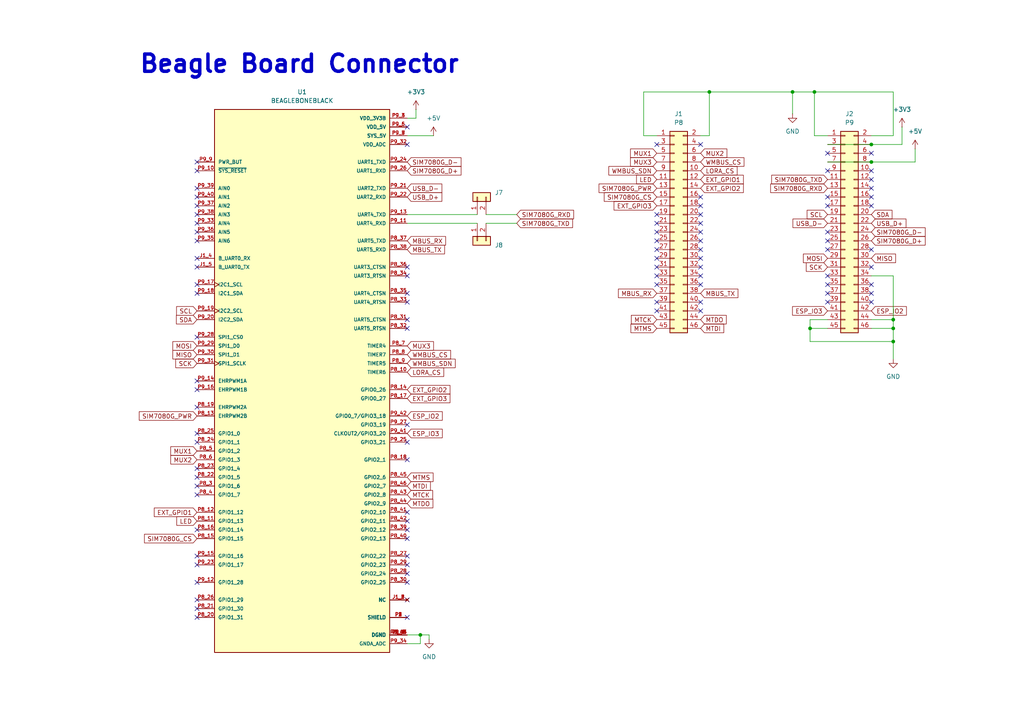
<source format=kicad_sch>
(kicad_sch (version 20231120) (generator "eeschema") (generator_version "8.0")
  (paper "A4")
  (title_block (title "IoT Gateway") (date "2024-10-15") (rev "v0.1.0") (company "Abstract Machines") (comment 1 "Designed By: Rodney Osodo") (comment 2 "Approved By: Jones Kisaka"))
  (lib_symbols
    (symbol "BEAGLEBONEBLACK:BEAGLEBONEBLACK" (pin_names (offset 1.016))
      (property "Reference" "U" (at -25.4 79.375 0))
      (property "Value" "BEAGLEBONEBLACK" (at -25.4 -81.28 0))
      (symbol "BEAGLEBONEBLACK_0_0"
        (rectangle (start -25.4 -78.74) (end 25.4 78.74) (stroke (width 0.254)) (fill (type background)))
        (pin power_in line (at 30.48 -73.66 180) (length 5.08) (name "DGND") (number "J1_1"))
        (pin no_connect line (at 30.48 -63.5 180) (length 5.08) (name "NC") (number "J1_2"))
        (pin no_connect line (at 30.48 -63.5 180) (length 5.08) (name "NC") (number "J1_3"))
        (pin bidirectional line (at -30.48 35.56 0) (length 5.08) (name "B_UART0_RX") (number "J1_4"))
        (pin bidirectional line (at -30.48 33.02 0) (length 5.08) (name "B_UART0_TX") (number "J1_5"))
        (pin no_connect line (at 30.48 -63.5 180) (length 5.08) (name "NC") (number "J1_6"))
        (pin passive line (at 30.48 -68.58 180) (length 5.08) (name "SHIELD") (number "P1"))
        (pin passive line (at 30.48 -68.58 180) (length 5.08) (name "SHIELD") (number "P2"))
        (pin passive line (at 30.48 -68.58 180) (length 5.08) (name "SHIELD") (number "P3"))
        (pin passive line (at 30.48 -68.58 180) (length 5.08) (name "SHIELD") (number "P4"))
        (pin power_in line (at 30.48 -73.66 180) (length 5.08) (name "DGND") (number "P8_1"))
        (pin bidirectional line (at 30.48 2.54 180) (length 5.08) (name "TIMER6") (number "P8_10"))
        (pin bidirectional line (at -30.48 -40.64 0) (length 5.08) (name "GPIO1_13") (number "P8_11"))
        (pin bidirectional line (at -30.48 -38.1 0) (length 5.08) (name "GPIO1_12") (number "P8_12"))
        (pin bidirectional line (at -30.48 -10.16 0) (length 5.08) (name "EHRPWM2B") (number "P8_13"))
        (pin bidirectional line (at 30.48 -2.54 180) (length 5.08) (name "GPIO0_26") (number "P8_14"))
        (pin bidirectional line (at -30.48 -45.72 0) (length 5.08) (name "GPIO1_15") (number "P8_15"))
        (pin bidirectional line (at -30.48 -43.18 0) (length 5.08) (name "GPIO1_14") (number "P8_16"))
        (pin bidirectional line (at 30.48 -5.08 180) (length 5.08) (name "GPIO0_27") (number "P8_17"))
        (pin bidirectional line (at 30.48 -22.86 180) (length 5.08) (name "GPIO2_1") (number "P8_18"))
        (pin bidirectional line (at -30.48 -7.62 0) (length 5.08) (name "EHRPWM2A") (number "P8_19"))
        (pin power_in line (at 30.48 -73.66 180) (length 5.08) (name "DGND") (number "P8_2"))
        (pin bidirectional line (at -30.48 -68.58 0) (length 5.08) (name "GPIO1_31") (number "P8_20"))
        (pin bidirectional line (at -30.48 -66.04 0) (length 5.08) (name "GPIO1_30") (number "P8_21"))
        (pin bidirectional line (at -30.48 -27.94 0) (length 5.08) (name "GPIO1_5") (number "P8_22"))
        (pin bidirectional line (at -30.48 -25.4 0) (length 5.08) (name "GPIO1_4") (number "P8_23"))
        (pin bidirectional line (at -30.48 -17.78 0) (length 5.08) (name "GPIO1_1") (number "P8_24"))
        (pin bidirectional line (at -30.48 -15.24 0) (length 5.08) (name "GPIO1_0") (number "P8_25"))
        (pin bidirectional line (at -30.48 -63.5 0) (length 5.08) (name "GPIO1_29") (number "P8_26"))
        (pin bidirectional line (at 30.48 -50.8 180) (length 5.08) (name "GPIO2_22") (number "P8_27"))
        (pin bidirectional line (at 30.48 -55.88 180) (length 5.08) (name "GPIO2_24") (number "P8_28"))
        (pin bidirectional line (at 30.48 -53.34 180) (length 5.08) (name "GPIO2_23") (number "P8_29"))
        (pin bidirectional line (at -30.48 -30.48 0) (length 5.08) (name "GPIO1_6") (number "P8_3"))
        (pin bidirectional line (at 30.48 -58.42 180) (length 5.08) (name "GPIO2_25") (number "P8_30"))
        (pin bidirectional line (at 30.48 17.78 180) (length 5.08) (name "UART5_CTSN") (number "P8_31"))
        (pin bidirectional line (at 30.48 15.24 180) (length 5.08) (name "UART5_RTSN") (number "P8_32"))
        (pin bidirectional line (at 30.48 22.86 180) (length 5.08) (name "UART4_RTSN") (number "P8_33"))
        (pin bidirectional line (at 30.48 30.48 180) (length 5.08) (name "UART3_RTSN") (number "P8_34"))
        (pin bidirectional line (at 30.48 25.4 180) (length 5.08) (name "UART4_CTSN") (number "P8_35"))
        (pin bidirectional line (at 30.48 33.02 180) (length 5.08) (name "UART3_CTSN") (number "P8_36"))
        (pin bidirectional line (at 30.48 40.64 180) (length 5.08) (name "UART5_TXD") (number "P8_37"))
        (pin bidirectional line (at 30.48 38.1 180) (length 5.08) (name "UART5_RXD") (number "P8_38"))
        (pin bidirectional line (at 30.48 -43.18 180) (length 5.08) (name "GPIO2_12") (number "P8_39"))
        (pin bidirectional line (at -30.48 -33.02 0) (length 5.08) (name "GPIO1_7") (number "P8_4"))
        (pin bidirectional line (at 30.48 -45.72 180) (length 5.08) (name "GPIO2_13") (number "P8_40"))
        (pin bidirectional line (at 30.48 -38.1 180) (length 5.08) (name "GPIO2_10") (number "P8_41"))
        (pin bidirectional line (at 30.48 -40.64 180) (length 5.08) (name "GPIO2_11") (number "P8_42"))
        (pin bidirectional line (at 30.48 -33.02 180) (length 5.08) (name "GPIO2_8") (number "P8_43"))
        (pin bidirectional line (at 30.48 -35.56 180) (length 5.08) (name "GPIO2_9") (number "P8_44"))
        (pin bidirectional line (at 30.48 -27.94 180) (length 5.08) (name "GPIO2_6") (number "P8_45"))
        (pin bidirectional line (at 30.48 -30.48 180) (length 5.08) (name "GPIO2_7") (number "P8_46"))
        (pin bidirectional line (at -30.48 -20.32 0) (length 5.08) (name "GPIO1_2") (number "P8_5"))
        (pin bidirectional line (at -30.48 -22.86 0) (length 5.08) (name "GPIO1_3") (number "P8_6"))
        (pin bidirectional line (at 30.48 10.16 180) (length 5.08) (name "TIMER4") (number "P8_7"))
        (pin bidirectional line (at 30.48 7.62 180) (length 5.08) (name "TIMER7") (number "P8_8"))
        (pin bidirectional line (at 30.48 5.08 180) (length 5.08) (name "TIMER5") (number "P8_9"))
        (pin power_in line (at 30.48 -73.66 180) (length 5.08) (name "DGND") (number "P9_1"))
        (pin input line (at -30.48 60.96 0) (length 5.08) (name "~{SYS_RESET}") (number "P9_10"))
        (pin bidirectional line (at 30.48 45.72 180) (length 5.08) (name "UART4_RXD") (number "P9_11"))
        (pin bidirectional line (at -30.48 -58.42 0) (length 5.08) (name "GPIO1_28") (number "P9_12"))
        (pin bidirectional line (at 30.48 48.26 180) (length 5.08) (name "UART4_TXD") (number "P9_13"))
        (pin bidirectional line (at -30.48 0 0) (length 5.08) (name "EHRPWM1A") (number "P9_14"))
        (pin bidirectional line (at -30.48 -50.8 0) (length 5.08) (name "GPIO1_16") (number "P9_15"))
        (pin bidirectional line (at -30.48 -2.54 0) (length 5.08) (name "EHRPWM1B") (number "P9_16"))
        (pin bidirectional clock (at -30.48 27.94 0) (length 5.08) (name "I2C1_SCL") (number "P9_17"))
        (pin bidirectional line (at -30.48 25.4 0) (length 5.08) (name "I2C1_SDA") (number "P9_18"))
        (pin bidirectional clock (at -30.48 20.32 0) (length 5.08) (name "I2C2_SCL") (number "P9_19"))
        (pin power_in line (at 30.48 -73.66 180) (length 5.08) (name "DGND") (number "P9_2"))
        (pin bidirectional line (at -30.48 17.78 0) (length 5.08) (name "I2C2_SDA") (number "P9_20"))
        (pin bidirectional line (at 30.48 55.88 180) (length 5.08) (name "UART2_TXD") (number "P9_21"))
        (pin bidirectional line (at 30.48 53.34 180) (length 5.08) (name "UART2_RXD") (number "P9_22"))
        (pin bidirectional line (at -30.48 -53.34 0) (length 5.08) (name "GPIO1_17") (number "P9_23"))
        (pin bidirectional line (at 30.48 63.5 180) (length 5.08) (name "UART1_TXD") (number "P9_24"))
        (pin bidirectional line (at 30.48 -17.78 180) (length 5.08) (name "GPIO3_21") (number "P9_25"))
        (pin bidirectional line (at 30.48 60.96 180) (length 5.08) (name "UART1_RXD") (number "P9_26"))
        (pin bidirectional line (at 30.48 -12.7 180) (length 5.08) (name "GPIO3_19") (number "P9_27"))
        (pin bidirectional line (at -30.48 12.7 0) (length 5.08) (name "SPI1_CS0") (number "P9_28"))
        (pin bidirectional line (at -30.48 10.16 0) (length 5.08) (name "SPI1_D0") (number "P9_29"))
        (pin power_in line (at 30.48 76.2 180) (length 5.08) (name "VDD_3V3B") (number "P9_3"))
        (pin bidirectional line (at -30.48 7.62 0) (length 5.08) (name "SPI1_D1") (number "P9_30"))
        (pin bidirectional clock (at -30.48 5.08 0) (length 5.08) (name "SPI1_SCLK") (number "P9_31"))
        (pin power_in line (at 30.48 68.58 180) (length 5.08) (name "VDD_ADC") (number "P9_32"))
        (pin input line (at -30.48 45.72 0) (length 5.08) (name "AIN4") (number "P9_33"))
        (pin power_in line (at 30.48 -76.2 180) (length 5.08) (name "GNDA_ADC") (number "P9_34"))
        (pin input line (at -30.48 40.64 0) (length 5.08) (name "AIN6") (number "P9_35"))
        (pin input line (at -30.48 43.18 0) (length 5.08) (name "AIN5") (number "P9_36"))
        (pin input line (at -30.48 50.8 0) (length 5.08) (name "AIN2") (number "P9_37"))
        (pin input line (at -30.48 48.26 0) (length 5.08) (name "AIN3") (number "P9_38"))
        (pin input line (at -30.48 55.88 0) (length 5.08) (name "AIN0") (number "P9_39"))
        (pin power_in line (at 30.48 76.2 180) (length 5.08) (name "VDD_3V3B") (number "P9_4"))
        (pin input line (at -30.48 53.34 0) (length 5.08) (name "AIN1") (number "P9_40"))
        (pin bidirectional line (at 30.48 -15.24 180) (length 5.08) (name "CLKOUT2/GPIO3_20") (number "P9_41"))
        (pin bidirectional line (at 30.48 -10.16 180) (length 5.08) (name "GPIO0_7/GPIO3_18") (number "P9_42"))
        (pin power_in line (at 30.48 -73.66 180) (length 5.08) (name "DGND") (number "P9_43"))
        (pin power_in line (at 30.48 -73.66 180) (length 5.08) (name "DGND") (number "P9_44"))
        (pin power_in line (at 30.48 -73.66 180) (length 5.08) (name "DGND") (number "P9_45"))
        (pin power_in line (at 30.48 -73.66 180) (length 5.08) (name "DGND") (number "P9_46"))
        (pin power_in line (at 30.48 73.66 180) (length 5.08) (name "VDD_5V") (number "P9_5"))
        (pin power_in line (at 30.48 73.66 180) (length 5.08) (name "VDD_5V") (number "P9_6"))
        (pin power_in line (at 30.48 71.12 180) (length 5.08) (name "SYS_5V") (number "P9_7"))
        (pin power_in line (at 30.48 71.12 180) (length 5.08) (name "SYS_5V") (number "P9_8"))
        (pin input line (at -30.48 63.5 0) (length 5.08) (name "PWR_BUT") (number "P9_9"))
      )
    )
    (symbol "Connector_Generic:Conn_01x02" (pin_names (offset 1.016) hide)
      (property "Reference" "J" (at 0 2.54 0))
      (property "Value" "Conn_01x02" (at 0 -5.08 0))
      (symbol "Conn_01x02_1_1"
        (rectangle (start -1.27 -2.413) (end 0 -2.667) (stroke (width 0.1524)))
        (rectangle (start -1.27 0.127) (end 0 -0.127) (stroke (width 0.1524)))
        (rectangle (start -1.27 1.27) (end 1.27 -3.81) (stroke (width 0.254)) (fill (type background)))
        (pin passive line (at -5.08 0 0) (length 3.81) (name "Pin_1") (number "1"))
        (pin passive line (at -5.08 -2.54 0) (length 3.81) (name "Pin_2") (number "2"))
      )
    )
    (symbol "Connector_Generic:Conn_02x23_Odd_Even" (pin_names (offset 1.016) hide)
      (property "Reference" "J" (at 1.27 30.48 0))
      (property "Value" "Conn_02x23_Odd_Even" (at 1.27 -30.48 0))
      (symbol "Conn_02x23_Odd_Even_1_1"
        (rectangle (start -1.27 -27.813) (end 0 -28.067) (stroke (width 0.1524)))
        (rectangle (start -1.27 -25.273) (end 0 -25.527) (stroke (width 0.1524)))
        (rectangle (start -1.27 -22.733) (end 0 -22.987) (stroke (width 0.1524)))
        (rectangle (start -1.27 -20.193) (end 0 -20.447) (stroke (width 0.1524)))
        (rectangle (start -1.27 -17.653) (end 0 -17.907) (stroke (width 0.1524)))
        (rectangle (start -1.27 -15.113) (end 0 -15.367) (stroke (width 0.1524)))
        (rectangle (start -1.27 -12.573) (end 0 -12.827) (stroke (width 0.1524)))
        (rectangle (start -1.27 -10.033) (end 0 -10.287) (stroke (width 0.1524)))
        (rectangle (start -1.27 -7.493) (end 0 -7.747) (stroke (width 0.1524)))
        (rectangle (start -1.27 -4.953) (end 0 -5.207) (stroke (width 0.1524)))
        (rectangle (start -1.27 -2.413) (end 0 -2.667) (stroke (width 0.1524)))
        (rectangle (start -1.27 0.127) (end 0 -0.127) (stroke (width 0.1524)))
        (rectangle (start -1.27 2.667) (end 0 2.413) (stroke (width 0.1524)))
        (rectangle (start -1.27 5.207) (end 0 4.953) (stroke (width 0.1524)))
        (rectangle (start -1.27 7.747) (end 0 7.493) (stroke (width 0.1524)))
        (rectangle (start -1.27 10.287) (end 0 10.033) (stroke (width 0.1524)))
        (rectangle (start -1.27 12.827) (end 0 12.573) (stroke (width 0.1524)))
        (rectangle (start -1.27 15.367) (end 0 15.113) (stroke (width 0.1524)))
        (rectangle (start -1.27 17.907) (end 0 17.653) (stroke (width 0.1524)))
        (rectangle (start -1.27 20.447) (end 0 20.193) (stroke (width 0.1524)))
        (rectangle (start -1.27 22.987) (end 0 22.733) (stroke (width 0.1524)))
        (rectangle (start -1.27 25.527) (end 0 25.273) (stroke (width 0.1524)))
        (rectangle (start -1.27 28.067) (end 0 27.813) (stroke (width 0.1524)))
        (rectangle (start -1.27 29.21) (end 3.81 -29.21) (stroke (width 0.254)) (fill (type background)))
        (rectangle (start 3.81 -27.813) (end 2.54 -28.067) (stroke (width 0.1524)))
        (rectangle (start 3.81 -25.273) (end 2.54 -25.527) (stroke (width 0.1524)))
        (rectangle (start 3.81 -22.733) (end 2.54 -22.987) (stroke (width 0.1524)))
        (rectangle (start 3.81 -20.193) (end 2.54 -20.447) (stroke (width 0.1524)))
        (rectangle (start 3.81 -17.653) (end 2.54 -17.907) (stroke (width 0.1524)))
        (rectangle (start 3.81 -15.113) (end 2.54 -15.367) (stroke (width 0.1524)))
        (rectangle (start 3.81 -12.573) (end 2.54 -12.827) (stroke (width 0.1524)))
        (rectangle (start 3.81 -10.033) (end 2.54 -10.287) (stroke (width 0.1524)))
        (rectangle (start 3.81 -7.493) (end 2.54 -7.747) (stroke (width 0.1524)))
        (rectangle (start 3.81 -4.953) (end 2.54 -5.207) (stroke (width 0.1524)))
        (rectangle (start 3.81 -2.413) (end 2.54 -2.667) (stroke (width 0.1524)))
        (rectangle (start 3.81 0.127) (end 2.54 -0.127) (stroke (width 0.1524)))
        (rectangle (start 3.81 2.667) (end 2.54 2.413) (stroke (width 0.1524)))
        (rectangle (start 3.81 5.207) (end 2.54 4.953) (stroke (width 0.1524)))
        (rectangle (start 3.81 7.747) (end 2.54 7.493) (stroke (width 0.1524)))
        (rectangle (start 3.81 10.287) (end 2.54 10.033) (stroke (width 0.1524)))
        (rectangle (start 3.81 12.827) (end 2.54 12.573) (stroke (width 0.1524)))
        (rectangle (start 3.81 15.367) (end 2.54 15.113) (stroke (width 0.1524)))
        (rectangle (start 3.81 17.907) (end 2.54 17.653) (stroke (width 0.1524)))
        (rectangle (start 3.81 20.447) (end 2.54 20.193) (stroke (width 0.1524)))
        (rectangle (start 3.81 22.987) (end 2.54 22.733) (stroke (width 0.1524)))
        (rectangle (start 3.81 25.527) (end 2.54 25.273) (stroke (width 0.1524)))
        (rectangle (start 3.81 28.067) (end 2.54 27.813) (stroke (width 0.1524)))
        (pin passive line (at -5.08 27.94 0) (length 3.81) (name "Pin_1") (number "1"))
        (pin passive line (at 7.62 17.78 180) (length 3.81) (name "Pin_10") (number "10"))
        (pin passive line (at -5.08 15.24 0) (length 3.81) (name "Pin_11") (number "11"))
        (pin passive line (at 7.62 15.24 180) (length 3.81) (name "Pin_12") (number "12"))
        (pin passive line (at -5.08 12.7 0) (length 3.81) (name "Pin_13") (number "13"))
        (pin passive line (at 7.62 12.7 180) (length 3.81) (name "Pin_14") (number "14"))
        (pin passive line (at -5.08 10.16 0) (length 3.81) (name "Pin_15") (number "15"))
        (pin passive line (at 7.62 10.16 180) (length 3.81) (name "Pin_16") (number "16"))
        (pin passive line (at -5.08 7.62 0) (length 3.81) (name "Pin_17") (number "17"))
        (pin passive line (at 7.62 7.62 180) (length 3.81) (name "Pin_18") (number "18"))
        (pin passive line (at -5.08 5.08 0) (length 3.81) (name "Pin_19") (number "19"))
        (pin passive line (at 7.62 27.94 180) (length 3.81) (name "Pin_2") (number "2"))
        (pin passive line (at 7.62 5.08 180) (length 3.81) (name "Pin_20") (number "20"))
        (pin passive line (at -5.08 2.54 0) (length 3.81) (name "Pin_21") (number "21"))
        (pin passive line (at 7.62 2.54 180) (length 3.81) (name "Pin_22") (number "22"))
        (pin passive line (at -5.08 0 0) (length 3.81) (name "Pin_23") (number "23"))
        (pin passive line (at 7.62 0 180) (length 3.81) (name "Pin_24") (number "24"))
        (pin passive line (at -5.08 -2.54 0) (length 3.81) (name "Pin_25") (number "25"))
        (pin passive line (at 7.62 -2.54 180) (length 3.81) (name "Pin_26") (number "26"))
        (pin passive line (at -5.08 -5.08 0) (length 3.81) (name "Pin_27") (number "27"))
        (pin passive line (at 7.62 -5.08 180) (length 3.81) (name "Pin_28") (number "28"))
        (pin passive line (at -5.08 -7.62 0) (length 3.81) (name "Pin_29") (number "29"))
        (pin passive line (at -5.08 25.4 0) (length 3.81) (name "Pin_3") (number "3"))
        (pin passive line (at 7.62 -7.62 180) (length 3.81) (name "Pin_30") (number "30"))
        (pin passive line (at -5.08 -10.16 0) (length 3.81) (name "Pin_31") (number "31"))
        (pin passive line (at 7.62 -10.16 180) (length 3.81) (name "Pin_32") (number "32"))
        (pin passive line (at -5.08 -12.7 0) (length 3.81) (name "Pin_33") (number "33"))
        (pin passive line (at 7.62 -12.7 180) (length 3.81) (name "Pin_34") (number "34"))
        (pin passive line (at -5.08 -15.24 0) (length 3.81) (name "Pin_35") (number "35"))
        (pin passive line (at 7.62 -15.24 180) (length 3.81) (name "Pin_36") (number "36"))
        (pin passive line (at -5.08 -17.78 0) (length 3.81) (name "Pin_37") (number "37"))
        (pin passive line (at 7.62 -17.78 180) (length 3.81) (name "Pin_38") (number "38"))
        (pin passive line (at -5.08 -20.32 0) (length 3.81) (name "Pin_39") (number "39"))
        (pin passive line (at 7.62 25.4 180) (length 3.81) (name "Pin_4") (number "4"))
        (pin passive line (at 7.62 -20.32 180) (length 3.81) (name "Pin_40") (number "40"))
        (pin passive line (at -5.08 -22.86 0) (length 3.81) (name "Pin_41") (number "41"))
        (pin passive line (at 7.62 -22.86 180) (length 3.81) (name "Pin_42") (number "42"))
        (pin passive line (at -5.08 -25.4 0) (length 3.81) (name "Pin_43") (number "43"))
        (pin passive line (at 7.62 -25.4 180) (length 3.81) (name "Pin_44") (number "44"))
        (pin passive line (at -5.08 -27.94 0) (length 3.81) (name "Pin_45") (number "45"))
        (pin passive line (at 7.62 -27.94 180) (length 3.81) (name "Pin_46") (number "46"))
        (pin passive line (at -5.08 22.86 0) (length 3.81) (name "Pin_5") (number "5"))
        (pin passive line (at 7.62 22.86 180) (length 3.81) (name "Pin_6") (number "6"))
        (pin passive line (at -5.08 20.32 0) (length 3.81) (name "Pin_7") (number "7"))
        (pin passive line (at 7.62 20.32 180) (length 3.81) (name "Pin_8") (number "8"))
        (pin passive line (at -5.08 17.78 0) (length 3.81) (name "Pin_9") (number "9"))
      )
    )
    (symbol "power:+3V3" (power) (pin_numbers hide) (pin_names (offset 0) hide)
      (property "Value" "+3V3" (at 0 3.556 0))
      (symbol "+3V3_0_1"
        (polyline (pts (xy -0.762 1.27) (xy 0 2.54)))
        (polyline (pts (xy 0 0) (xy 0 2.54)))
        (polyline (pts (xy 0 2.54) (xy 0.762 1.27)))
      )
      (symbol "+3V3_1_1"
        (pin power_in line (at 0 0 90) (length 0) (name "~") (number "1"))
      )
    )
    (symbol "power:+5V" (power) (pin_numbers hide) (pin_names (offset 0) hide)
      (property "Value" "+5V" (at 0 3.556 0))
      (symbol "+5V_0_1"
        (polyline (pts (xy -0.762 1.27) (xy 0 2.54)))
        (polyline (pts (xy 0 0) (xy 0 2.54)))
        (polyline (pts (xy 0 2.54) (xy 0.762 1.27)))
      )
      (symbol "+5V_1_1"
        (pin power_in line (at 0 0 90) (length 0) (name "~") (number "1"))
      )
    )
    (symbol "power:GND" (power) (pin_numbers hide) (pin_names (offset 0) hide)
      (property "Value" "GND" (at 0 -3.81 0))
      (symbol "GND_0_1"
        (polyline (pts (xy 0 0) (xy 0 -1.27) (xy 1.27 -1.27) (xy 0 -2.54) (xy -1.27 -1.27) (xy 0 -1.27)))
      )
      (symbol "GND_1_1"
        (pin power_in line (at 0 0 270) (length 0) (name "~") (number "1"))
      )
    )
  )
  (junction (at 252.73 41.91))
  (junction (at 259.08 95.25))
  (junction (at 205.74 26.67))
  (junction (at 236.22 26.67))
  (junction (at 259.08 92.71))
  (junction (at 259.08 99.06))
  (junction (at 234.95 95.25))
  (junction (at 252.73 46.99))
  (junction (at 229.87 26.67))
  (junction (at 121.92 184.15))
  (no_connect (at 118.11 77.47))
  (no_connect (at 252.73 44.45))
  (no_connect (at 203.2 77.47))
  (no_connect (at 57.15 125.73))
  (no_connect (at 252.73 59.69))
  (no_connect (at 57.15 143.51))
  (no_connect (at 203.2 62.23))
  (no_connect (at 57.15 54.61))
  (no_connect (at 190.5 77.47))
  (no_connect (at 118.11 36.83))
  (no_connect (at 118.11 41.91))
  (no_connect (at 57.15 74.93))
  (no_connect (at 203.2 82.55))
  (no_connect (at 57.15 49.53))
  (no_connect (at 118.11 156.21))
  (no_connect (at 118.11 148.59))
  (no_connect (at 190.5 64.77))
  (no_connect (at 252.73 52.07))
  (no_connect (at 57.15 110.49))
  (no_connect (at 57.15 59.69))
  (no_connect (at 118.11 153.67))
  (no_connect (at 203.2 87.63))
  (no_connect (at 190.5 90.17))
  (no_connect (at 240.03 85.09))
  (no_connect (at 203.2 74.93))
  (no_connect (at 252.73 57.15))
  (no_connect (at 57.15 57.15))
  (no_connect (at 57.15 153.67))
  (no_connect (at 190.5 62.23))
  (no_connect (at 203.2 80.01))
  (no_connect (at 57.15 64.77))
  (no_connect (at 190.5 72.39))
  (no_connect (at 240.03 49.53))
  (no_connect (at 118.11 80.01))
  (no_connect (at 118.11 87.63))
  (no_connect (at 252.73 77.47))
  (no_connect (at 240.03 69.85))
  (no_connect (at 240.03 72.39))
  (no_connect (at 203.2 59.69))
  (no_connect (at 203.2 90.17))
  (no_connect (at 252.73 72.39))
  (no_connect (at 57.15 179.07))
  (no_connect (at 118.11 163.83))
  (no_connect (at 118.11 161.29))
  (no_connect (at 57.15 82.55))
  (no_connect (at 118.11 92.71))
  (no_connect (at 190.5 80.01))
  (no_connect (at 118.11 168.91))
  (no_connect (at 252.73 54.61))
  (no_connect (at 57.15 113.03))
  (no_connect (at 190.5 87.63))
  (no_connect (at 118.11 128.27))
  (no_connect (at 240.03 44.45))
  (no_connect (at 252.73 82.55))
  (no_connect (at 190.5 41.91))
  (no_connect (at 57.15 138.43))
  (no_connect (at 252.73 49.53))
  (no_connect (at 190.5 67.31))
  (no_connect (at 203.2 69.85))
  (no_connect (at 252.73 85.09))
  (no_connect (at 203.2 67.31))
  (no_connect (at 57.15 176.53))
  (no_connect (at 118.11 173.99))
  (no_connect (at 118.11 166.37))
  (no_connect (at 118.11 179.07))
  (no_connect (at 252.73 87.63))
  (no_connect (at 57.15 62.23))
  (no_connect (at 118.11 123.19))
  (no_connect (at 57.15 67.31))
  (no_connect (at 57.15 46.99))
  (no_connect (at 57.15 69.85))
  (no_connect (at 203.2 72.39))
  (no_connect (at 118.11 85.09))
  (no_connect (at 57.15 161.29))
  (no_connect (at 57.15 118.11))
  (no_connect (at 118.11 151.13))
  (no_connect (at 57.15 97.79))
  (no_connect (at 203.2 41.91))
  (no_connect (at 118.11 133.35))
  (no_connect (at 57.15 77.47))
  (no_connect (at 57.15 140.97))
  (no_connect (at 240.03 67.31))
  (no_connect (at 240.03 59.69))
  (no_connect (at 57.15 163.83))
  (no_connect (at 190.5 74.93))
  (no_connect (at 190.5 69.85))
  (no_connect (at 57.15 173.99))
  (no_connect (at 203.2 57.15))
  (no_connect (at 57.15 168.91))
  (no_connect (at 190.5 82.55))
  (no_connect (at 57.15 85.09))
  (no_connect (at 240.03 80.01))
  (no_connect (at 57.15 128.27))
  (no_connect (at 57.15 135.89))
  (no_connect (at 240.03 87.63))
  (no_connect (at 203.2 64.77))
  (no_connect (at 240.03 57.15))
  (no_connect (at 118.11 95.25))
  (no_connect (at 240.03 82.55))
  (wire (pts (xy 121.92 186.69) (xy 121.92 184.15)))
  (wire (pts (xy 234.95 95.25) (xy 234.95 99.06)))
  (wire (pts (xy 234.95 92.71) (xy 234.95 95.25)))
  (wire (pts (xy 118.11 39.37) (xy 125.73 39.37)))
  (wire (pts (xy 138.43 64.77) (xy 118.11 64.77)))
  (wire (pts (xy 240.03 46.99) (xy 252.73 46.99)))
  (wire (pts (xy 240.03 41.91) (xy 252.73 41.91)))
  (wire (pts (xy 234.95 95.25) (xy 240.03 95.25)))
  (wire (pts (xy 252.73 80.01) (xy 259.08 80.01)))
  (wire (pts (xy 265.43 46.99) (xy 252.73 46.99)))
  (wire (pts (xy 259.08 39.37) (xy 259.08 26.67)))
  (wire (pts (xy 259.08 99.06) (xy 259.08 104.14)))
  (wire (pts (xy 252.73 92.71) (xy 259.08 92.71)))
  (wire (pts (xy 259.08 92.71) (xy 259.08 95.25)))
  (wire (pts (xy 205.74 26.67) (xy 205.74 39.37)))
  (wire (pts (xy 240.03 39.37) (xy 236.22 39.37)))
  (wire (pts (xy 118.11 186.69) (xy 121.92 186.69)))
  (wire (pts (xy 203.2 39.37) (xy 205.74 39.37)))
  (wire (pts (xy 138.43 62.23) (xy 118.11 62.23)))
  (wire (pts (xy 261.62 36.83) (xy 261.62 41.91)))
  (wire (pts (xy 261.62 41.91) (xy 252.73 41.91)))
  (wire (pts (xy 265.43 43.18) (xy 265.43 46.99)))
  (wire (pts (xy 124.46 184.15) (xy 124.46 185.42)))
  (wire (pts (xy 236.22 39.37) (xy 236.22 26.67)))
  (wire (pts (xy 118.11 184.15) (xy 121.92 184.15)))
  (wire (pts (xy 252.73 95.25) (xy 259.08 95.25)))
  (wire (pts (xy 240.03 92.71) (xy 234.95 92.71)))
  (wire (pts (xy 205.74 26.67) (xy 229.87 26.67)))
  (wire (pts (xy 236.22 26.67) (xy 229.87 26.67)))
  (wire (pts (xy 205.74 26.67) (xy 186.69 26.67)))
  (wire (pts (xy 186.69 26.67) (xy 186.69 39.37)))
  (wire (pts (xy 120.65 34.29) (xy 120.65 31.75)))
  (wire (pts (xy 259.08 95.25) (xy 259.08 99.06)))
  (wire (pts (xy 259.08 80.01) (xy 259.08 92.71)))
  (wire (pts (xy 229.87 26.67) (xy 229.87 33.02)))
  (wire (pts (xy 234.95 99.06) (xy 259.08 99.06)))
  (wire (pts (xy 118.11 34.29) (xy 120.65 34.29)))
  (wire (pts (xy 186.69 39.37) (xy 190.5 39.37)))
  (wire (pts (xy 149.86 64.77) (xy 140.97 64.77)))
  (wire (pts (xy 121.92 184.15) (xy 124.46 184.15)))
  (wire (pts (xy 252.73 39.37) (xy 259.08 39.37)))
  (wire (pts (xy 259.08 26.67) (xy 236.22 26.67)))
  (wire (pts (xy 149.86 62.23) (xy 140.97 62.23)))
  (text "Beagle Board Connector\n" (at 40.132 21.59 0) (effects (font (size 5 5) (thickness 1) (bold yes)) (justify left bottom)))
  (global_label "WMBUS_CS" (shape input) (at 118.11 102.87 0) (property "Intersheetrefs" "RC_CS" (effects (hide yes))))
  (global_label "MUX1" (shape input) (at 190.5 44.45 180) (property "Intersheetrefs" "${INTERSHEET_REFS}" (effects (hide yes))))
  (global_label "SDA" (shape input) (at 57.15 92.71 180) (property "Intersheetrefs" "${INTERSHEET_REFS}" (effects (hide yes))))
  (global_label "SCK" (shape input) (at 240.03 77.47 180) (property "Intersheetrefs" "${INTERSHEET_REFS}" (effects (hide yes))))
  (global_label "LED" (shape input) (at 190.5 52.07 180) (property "Intersheetrefs" "${INTERSHEET_REFS}" (effects (hide yes))))
  (global_label "SIM7080G_TXD" (shape input) (at 240.03 52.07 180) (property "Intersheetrefs" "${INTERSHEET_REFS}" (effects (hide yes))))
  (global_label "MUX3" (shape input) (at 118.11 100.33 0) (property "Intersheetrefs" "${INTERSHEET_REFS}" (effects (hide yes))))
  (global_label "MBUS_RX" (shape input) (at 190.5 85.09 180) (property "Intersheetrefs" "${INTERSHEET_REFS}" (effects (hide yes))))
  (global_label "SCL" (shape input) (at 57.15 90.17 180) (property "Intersheetrefs" "${INTERSHEET_REFS}" (effects (hide yes))))
  (global_label "SDA" (shape input) (at 252.73 62.23 0) (property "Intersheetrefs" "${INTERSHEET_REFS}" (effects (hide yes))))
  (global_label "MUX2" (shape input) (at 57.15 133.35 180) (property "Intersheetrefs" "${INTERSHEET_REFS}" (effects (hide yes))))
  (global_label "EXT_GPIO3" (shape input) (at 118.11 115.57 0) (property "Intersheetrefs" "${INTERSHEET_REFS}" (effects (hide yes))))
  (global_label "MTDO" (shape input) (at 203.2 92.71 0) (property "Intersheetrefs" "${INTERSHEET_REFS}" (effects (hide yes))))
  (global_label "ESP_IO3" (shape input) (at 118.11 125.73 0) (property "Intersheetrefs" "${INTERSHEET_REFS}" (effects (hide yes))))
  (global_label "MTCK" (shape input) (at 118.11 143.51 0) (property "Intersheetrefs" "${INTERSHEET_REFS}" (effects (hide yes))))
  (global_label "MTMS" (shape input) (at 190.5 95.25 180) (property "Intersheetrefs" "${INTERSHEET_REFS}" (effects (hide yes))))
  (global_label "MBUS_TX" (shape input) (at 203.2 85.09 0) (property "Intersheetrefs" "${INTERSHEET_REFS}" (effects (hide yes))))
  (global_label "MTDO" (shape input) (at 118.11 146.05 0) (property "Intersheetrefs" "${INTERSHEET_REFS}" (effects (hide yes))))
  (global_label "LORA_CS" (shape input) (at 203.2 49.53 0) (property "Intersheetrefs" "${INTERSHEET_REFS}" (effects (hide yes))))
  (global_label "MTCK" (shape input) (at 190.5 92.71 180) (property "Intersheetrefs" "${INTERSHEET_REFS}" (effects (hide yes))))
  (global_label "MBUS_TX" (shape input) (at 118.11 72.39 0) (property "Intersheetrefs" "${INTERSHEET_REFS}" (effects (hide yes))))
  (global_label "SIM7080G_PWR" (shape input) (at 57.15 120.65 180) (property "Intersheetrefs" "${INTERSHEET_REFS}" (effects (hide yes))))
  (global_label "EXT_GPIO1" (shape input) (at 203.2 52.07 0) (property "Intersheetrefs" "${INTERSHEET_REFS}" (effects (hide yes))))
  (global_label "SIM7080G_D-" (shape input) (at 118.11 46.99 0) (property "Intersheetrefs" "${INTERSHEET_REFS}" (effects (hide yes))))
  (global_label "WMBUS_CS" (shape input) (at 203.2 46.99 0) (property "Intersheetrefs" "RC_CS" (effects (hide yes))))
  (global_label "SIM7080G_CS" (shape input) (at 57.15 156.21 180) (property "Intersheetrefs" "${INTERSHEET_REFS}" (effects (hide yes))))
  (global_label "MISO" (shape input) (at 57.15 102.87 180) (property "Intersheetrefs" "${INTERSHEET_REFS}" (effects (hide yes))))
  (global_label "ESP_IO2" (shape input) (at 252.73 90.17 0) (property "Intersheetrefs" "${INTERSHEET_REFS}" (effects (hide yes))))
  (global_label "MOSI" (shape input) (at 57.15 100.33 180) (property "Intersheetrefs" "${INTERSHEET_REFS}" (effects (hide yes))))
  (global_label "SCK" (shape input) (at 57.15 105.41 180) (property "Intersheetrefs" "${INTERSHEET_REFS}" (effects (hide yes))))
  (global_label "SIM7080G_CS" (shape input) (at 190.5 57.15 180) (property "Intersheetrefs" "${INTERSHEET_REFS}" (effects (hide yes))))
  (global_label "SIM7080G_TXD" (shape input) (at 149.86 64.77 0) (property "Intersheetrefs" "${INTERSHEET_REFS}" (effects (hide yes))))
  (global_label "MISO" (shape input) (at 252.73 74.93 0) (property "Intersheetrefs" "${INTERSHEET_REFS}" (effects (hide yes))))
  (global_label "SCL" (shape input) (at 240.03 62.23 180) (property "Intersheetrefs" "${INTERSHEET_REFS}" (effects (hide yes))))
  (global_label "MBUS_RX" (shape input) (at 118.11 69.85 0) (property "Intersheetrefs" "${INTERSHEET_REFS}" (effects (hide yes))))
  (global_label "SIM7080G_D-" (shape input) (at 252.73 67.31 0) (property "Intersheetrefs" "${INTERSHEET_REFS}" (effects (hide yes))))
  (global_label "USB_D-" (shape input) (at 118.11 54.61 0) (property "Intersheetrefs" "${INTERSHEET_REFS}" (effects (hide yes))))
  (global_label "MUX2" (shape input) (at 203.2 44.45 0) (property "Intersheetrefs" "${INTERSHEET_REFS}" (effects (hide yes))))
  (global_label "EXT_GPIO2" (shape input) (at 203.2 54.61 0) (property "Intersheetrefs" "${INTERSHEET_REFS}" (effects (hide yes))))
  (global_label "MOSI" (shape input) (at 240.03 74.93 180) (property "Intersheetrefs" "${INTERSHEET_REFS}" (effects (hide yes))))
  (global_label "LORA_CS" (shape input) (at 118.11 107.95 0) (property "Intersheetrefs" "${INTERSHEET_REFS}" (effects (hide yes))))
  (global_label "EXT_GPIO2" (shape input) (at 118.11 113.03 0) (property "Intersheetrefs" "${INTERSHEET_REFS}" (effects (hide yes))))
  (global_label "MTDI" (shape input) (at 118.11 140.97 0) (property "Intersheetrefs" "${INTERSHEET_REFS}" (effects (hide yes))))
  (global_label "USB_D+" (shape input) (at 118.11 57.15 0) (property "Intersheetrefs" "${INTERSHEET_REFS}" (effects (hide yes))))
  (global_label "SIM7080G_D+" (shape input) (at 252.73 69.85 0) (property "Intersheetrefs" "${INTERSHEET_REFS}" (effects (hide yes))))
  (global_label "ESP_IO2" (shape input) (at 118.11 120.65 0) (property "Intersheetrefs" "${INTERSHEET_REFS}" (effects (hide yes))))
  (global_label "SIM7080G_RXD" (shape input) (at 240.03 54.61 180) (property "Intersheetrefs" "${INTERSHEET_REFS}" (effects (hide yes))))
  (global_label "MTDI" (shape input) (at 203.2 95.25 0) (property "Intersheetrefs" "${INTERSHEET_REFS}" (effects (hide yes))))
  (global_label "SIM7080G_PWR" (shape input) (at 190.5 54.61 180) (property "Intersheetrefs" "${INTERSHEET_REFS}" (effects (hide yes))))
  (global_label "SIM7080G_D+" (shape input) (at 118.11 49.53 0) (property "Intersheetrefs" "${INTERSHEET_REFS}" (effects (hide yes))))
  (global_label "WMBUS_SDN" (shape input) (at 118.11 105.41 0) (property "Intersheetrefs" "${INTERSHEET_REFS}" (effects (hide yes))))
  (global_label "WMBUS_SDN" (shape input) (at 190.5 49.53 180) (property "Intersheetrefs" "${INTERSHEET_REFS}" (effects (hide yes))))
  (global_label "EXT_GPIO1" (shape input) (at 57.15 148.59 180) (property "Intersheetrefs" "${INTERSHEET_REFS}" (effects (hide yes))))
  (global_label "MTMS" (shape input) (at 118.11 138.43 0) (property "Intersheetrefs" "${INTERSHEET_REFS}" (effects (hide yes))))
  (global_label "MUX1" (shape input) (at 57.15 130.81 180) (property "Intersheetrefs" "${INTERSHEET_REFS}" (effects (hide yes))))
  (global_label "ESP_IO3" (shape input) (at 240.03 90.17 180) (property "Intersheetrefs" "${INTERSHEET_REFS}" (effects (hide yes))))
  (global_label "USB_D-" (shape input) (at 240.03 64.77 180) (property "Intersheetrefs" "${INTERSHEET_REFS}" (effects (hide yes))))
  (global_label "USB_D+" (shape input) (at 252.73 64.77 0) (property "Intersheetrefs" "${INTERSHEET_REFS}" (effects (hide yes))))
  (global_label "SIM7080G_RXD" (shape input) (at 149.86 62.23 0) (property "Intersheetrefs" "${INTERSHEET_REFS}" (effects (hide yes))))
  (global_label "EXT_GPIO3" (shape input) (at 190.5 59.69 180) (property "Intersheetrefs" "${INTERSHEET_REFS}" (effects (hide yes))))
  (global_label "LED" (shape input) (at 57.15 151.13 180) (property "Intersheetrefs" "${INTERSHEET_REFS}" (effects (hide yes))))
  (global_label "MUX3" (shape input) (at 190.5 46.99 180) (property "Intersheetrefs" "${INTERSHEET_REFS}" (effects (hide yes))))
  (symbol (lib_id "BEAGLEBONEBLACK:BEAGLEBONEBLACK") (at 87.63 110.49 0) (unit 1) (in_bom no)
    (property "Reference" "U1" (at 87.63 26.67 0))
    (property "Value" "BEAGLEBONEBLACK" (at 87.63 29.21 0))
    (property "Footprint" "modules:BB_Cape" (effects (hide yes)))
    (property "MF" "Seeed Development Limited" (effects (hide yes)))
    (property "MAXIMUM_PACKAGE_HEIGHT" "4.76 mm" (effects (hide yes)))
    (property "Package" "None" (effects (hide yes)))
    (property "Price" "None" (effects (hide yes)))
    (property "Check_prices" "https://www.snapeda.com/parts/BEAGLEBONE%20BLACK/Seeed+Studio/view-part/?ref=eda" (effects (hide yes)))
    (property "STANDARD" "Manufacturer Recommendations" (effects (hide yes)))
    (property "PARTREV" "C" (effects (hide yes)))
    (property "SnapEDA_Link" "https://www.snapeda.com/parts/BEAGLEBONE%20BLACK/Seeed+Studio/view-part/?ref=snap" (effects (hide yes)))
    (property "MP" "BEAGLEBONE BLACK" (effects (hide yes)))
    (property "Description_1" "\n                        \n                            AM3358 Microprocessor Development Board 1000MHz CPU 512MB RAM 4GB eMMC Flash\n                        \n" (effects (hide yes)))
    (property "Availability" "Not in stock" (effects (hide yes)))
    (property "MANUFACTURER" "Bearings Limited" (effects (hide yes)))
  )
  (symbol (lib_id "power:+5V") (at 125.73 39.37 0) (mirror y) (unit 1)
    (property "Reference" "#PWR03" (effects (hide yes)))
    (property "Value" "+5V" (at 125.73 34.29 0))
    (property "Description" "Power symbol creates a global label with name \"+5V\"" (effects (hide yes)))
  )
  (symbol (lib_id "power:+3V3") (at 261.62 36.83 0) (unit 1)
    (property "Reference" "#PWR06" (effects (hide yes)))
    (property "Value" "+3V3" (at 261.62 31.75 0))
    (property "Description" "Power symbol creates a global label with name \"+3V3\"" (effects (hide yes)))
  )
  (symbol (lib_id "power:+5V") (at 265.43 43.18 0) (mirror y) (unit 1)
    (property "Reference" "#PWR07" (effects (hide yes)))
    (property "Value" "+5V" (at 265.43 38.1 0))
    (property "Description" "Power symbol creates a global label with name \"+5V\"" (effects (hide yes)))
  )
  (symbol (lib_id "Connector_Generic:Conn_02x23_Odd_Even") (at 195.58 67.31 0) (unit 1) (on_board no)
    (property "Reference" "J1" (at 196.85 33.02 0))
    (property "Value" "P8" (at 196.85 35.56 0))
    (property "Footprint" "Connector_PinHeader_2.54mm:PinHeader_2x23_P2.54mm_Vertical" (effects (hide yes)))
    (property "Description" "Generic connector, double row, 02x23, odd/even pin numbering scheme (row 1 odd numbers, row 2 even numbers), script generated (kicad-library-utils/schlib/autogen/connector/)" (effects (hide yes)))
    (property "JLCPCB" "C725895" (effects (hide yes)))
  )
  (symbol (lib_id "Connector_Generic:Conn_01x02") (at 138.43 57.15 90) (unit 1)
    (property "Reference" "J7" (at 143.51 55.8799 90) (effects (justify right)))
    (property "Value" "Conn_01x02" (effects (hide yes)))
    (property "Footprint" "Connector_PinHeader_2.54mm:PinHeader_1x02_P2.54mm_Vertical" (effects (hide yes)))
    (property "Description" "Generic connector, single row, 01x02, script generated (kicad-library-utils/schlib/autogen/connector/)" (effects (hide yes)))
    (property "JLCPCB" "C492401" (effects (hide yes)))
  )
  (symbol (lib_id "power:+3V3") (at 120.65 31.75 0) (unit 1)
    (property "Reference" "#PWR01" (effects (hide yes)))
    (property "Value" "+3V3" (at 120.65 26.67 0))
    (property "Description" "Power symbol creates a global label with name \"+3V3\"" (effects (hide yes)))
  )
  (symbol (lib_id "power:GND") (at 259.08 104.14 0) (unit 1)
    (property "Reference" "#PWR05" (effects (hide yes)))
    (property "Value" "GND" (at 259.08 109.22 0))
    (property "Description" "Power symbol creates a global label with name \"GND\" , ground" (effects (hide yes)))
  )
  (symbol (lib_id "power:GND") (at 229.87 33.02 0) (unit 1)
    (property "Reference" "#PWR04" (effects (hide yes)))
    (property "Value" "GND" (at 229.87 38.1 0))
    (property "Description" "Power symbol creates a global label with name \"GND\" , ground" (effects (hide yes)))
  )
  (symbol (lib_id "Connector_Generic:Conn_02x23_Odd_Even") (at 245.11 67.31 0) (unit 1) (on_board no)
    (property "Reference" "J2" (at 246.38 33.02 0))
    (property "Value" "P9" (at 246.38 35.56 0))
    (property "Footprint" "Connector_PinHeader_2.54mm:PinHeader_2x23_P2.54mm_Vertical" (effects (hide yes)))
    (property "Description" "Generic connector, double row, 02x23, odd/even pin numbering scheme (row 1 odd numbers, row 2 even numbers), script generated (kicad-library-utils/schlib/autogen/connector/)" (effects (hide yes)))
    (property "JLCPCB" "C725895" (effects (hide yes)))
  )
  (symbol (lib_id "power:GND") (at 124.46 185.42 0) (unit 1)
    (property "Reference" "#PWR02" (effects (hide yes)))
    (property "Value" "GND" (at 124.46 190.5 0))
    (property "Description" "Power symbol creates a global label with name \"GND\" , ground" (effects (hide yes)))
  )
  (symbol (lib_id "Connector_Generic:Conn_01x02") (at 138.43 69.85 90) (mirror x) (unit 1)
    (property "Reference" "J8" (at 143.51 71.1201 90) (effects (justify right)))
    (property "Value" "Conn_01x02" (effects (hide yes)))
    (property "Footprint" "Connector_PinHeader_2.54mm:PinHeader_1x02_P2.54mm_Vertical" (effects (hide yes)))
    (property "Description" "Generic connector, single row, 01x02, script generated (kicad-library-utils/schlib/autogen/connector/)" (effects (hide yes)))
    (property "JLCPCB" "C492401" (effects (hide yes)))
  )
)
</source>
